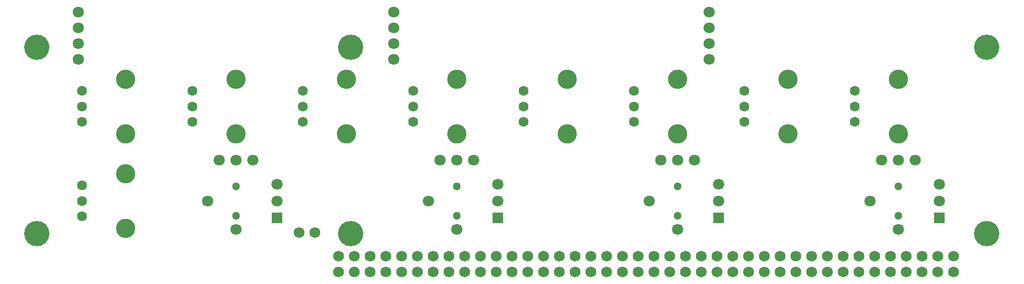
<source format=gbr>
G04 #@! TF.FileFunction,Soldermask,Bot*
%FSLAX46Y46*%
G04 Gerber Fmt 4.6, Leading zero omitted, Abs format (unit mm)*
G04 Created by KiCad (PCBNEW 4.0.4-stable) date 06/07/17 13:37:54*
%MOMM*%
%LPD*%
G01*
G04 APERTURE LIST*
%ADD10C,0.100000*%
%ADD11C,4.064000*%
%ADD12R,1.800000X1.800000*%
%ADD13C,1.800000*%
%ADD14C,1.300000*%
%ADD15C,3.100000*%
%ADD16C,1.600000*%
%ADD17C,1.727200*%
G04 APERTURE END LIST*
D10*
D11*
X54000000Y10000000D03*
D12*
X77720000Y12540000D03*
D13*
X77720000Y15240000D03*
X77720000Y17915000D03*
X73820000Y21840000D03*
X71120000Y21840000D03*
X68420000Y21840000D03*
X66520000Y15240000D03*
X71120000Y10640000D03*
D14*
X71120000Y17590000D03*
X71120000Y12890000D03*
D11*
X156500000Y40000000D03*
X156500000Y10000000D03*
X3500000Y40000000D03*
D15*
X124460000Y34874200D03*
X124460000Y26085800D03*
D16*
X117449600Y32980000D03*
X117449600Y30480000D03*
X117449600Y27980000D03*
D15*
X106680000Y34874200D03*
X106680000Y26085800D03*
D16*
X99669600Y32980000D03*
X99669600Y30480000D03*
X99669600Y27980000D03*
D15*
X71120000Y34874200D03*
X71120000Y26085800D03*
D16*
X64109600Y32980000D03*
X64109600Y30480000D03*
X64109600Y27980000D03*
D15*
X53340000Y34874200D03*
X53340000Y26085800D03*
D16*
X46329600Y32980000D03*
X46329600Y30480000D03*
X46329600Y27980000D03*
D15*
X35560000Y34874200D03*
X35560000Y26085800D03*
D16*
X28549600Y32980000D03*
X28549600Y30480000D03*
X28549600Y27980000D03*
D15*
X17780000Y34874200D03*
X17780000Y26085800D03*
D16*
X10769600Y32980000D03*
X10769600Y30480000D03*
X10769600Y27980000D03*
D15*
X142240000Y34874200D03*
X142240000Y26085800D03*
D16*
X135229600Y32980000D03*
X135229600Y30480000D03*
X135229600Y27980000D03*
D15*
X88900000Y34874200D03*
X88900000Y26085800D03*
D16*
X81889600Y32980000D03*
X81889600Y30480000D03*
X81889600Y27980000D03*
D11*
X54000000Y40000000D03*
X3500000Y10000000D03*
D12*
X42160000Y12540000D03*
D13*
X42160000Y15240000D03*
X42160000Y17915000D03*
X38260000Y21840000D03*
X35560000Y21840000D03*
X32860000Y21840000D03*
X30960000Y15240000D03*
X35560000Y10640000D03*
D14*
X35560000Y17590000D03*
X35560000Y12890000D03*
D17*
X52070000Y3810000D03*
X54610000Y3810000D03*
X57150000Y3810000D03*
X59690000Y3810000D03*
X62230000Y3810000D03*
X64770000Y3810000D03*
X67310000Y3810000D03*
X69850000Y3810000D03*
X72390000Y3810000D03*
X74930000Y3810000D03*
X77470000Y3810000D03*
X80010000Y3810000D03*
X82550000Y3810000D03*
X85090000Y3810000D03*
X87630000Y3810000D03*
X90170000Y3810000D03*
X92710000Y3810000D03*
X95250000Y3810000D03*
X97790000Y3810000D03*
X100330000Y3810000D03*
X102870000Y3810000D03*
X105410000Y3810000D03*
X107950000Y3810000D03*
X110490000Y3810000D03*
X113030000Y3810000D03*
X115570000Y3810000D03*
X118110000Y3810000D03*
X120650000Y3810000D03*
X123190000Y3810000D03*
X125730000Y3810000D03*
X128270000Y3810000D03*
X130810000Y3810000D03*
X133350000Y3810000D03*
X135890000Y3810000D03*
X138430000Y3810000D03*
X140970000Y3810000D03*
X143510000Y3810000D03*
X146050000Y3810000D03*
X148590000Y3810000D03*
X151130000Y3810000D03*
X59690000Y3810000D03*
X52070000Y3810000D03*
X54610000Y3810000D03*
X57150000Y3810000D03*
X62230000Y3810000D03*
X72390000Y3810000D03*
X64770000Y3810000D03*
X67310000Y3810000D03*
X69850000Y3810000D03*
X74930000Y3810000D03*
X85090000Y3810000D03*
X77470000Y3810000D03*
X80010000Y3810000D03*
X82550000Y3810000D03*
X87630000Y3810000D03*
X97790000Y3810000D03*
X90170000Y3810000D03*
X92710000Y3810000D03*
X95250000Y3810000D03*
X100330000Y3810000D03*
X110490000Y3810000D03*
X102870000Y3810000D03*
X105410000Y3810000D03*
X107950000Y3810000D03*
X113030000Y3810000D03*
X123190000Y3810000D03*
X115570000Y3810000D03*
X118110000Y3810000D03*
X120650000Y3810000D03*
X125730000Y3810000D03*
X135890000Y3810000D03*
X128270000Y3810000D03*
X130810000Y3810000D03*
X133350000Y3810000D03*
X138430000Y3810000D03*
X148590000Y3810000D03*
X140970000Y3810000D03*
X143510000Y3810000D03*
X146050000Y3810000D03*
X151130000Y3810000D03*
X59690000Y3810000D03*
X52070000Y3810000D03*
X54610000Y3810000D03*
X57150000Y3810000D03*
X62230000Y3810000D03*
X72390000Y3810000D03*
X64770000Y3810000D03*
X67310000Y3810000D03*
X69850000Y3810000D03*
X74930000Y3810000D03*
X85090000Y3810000D03*
X77470000Y3810000D03*
X80010000Y3810000D03*
X82550000Y3810000D03*
X87630000Y3810000D03*
X97790000Y3810000D03*
X90170000Y3810000D03*
X92710000Y3810000D03*
X95250000Y3810000D03*
X100330000Y3810000D03*
X110490000Y3810000D03*
X102870000Y3810000D03*
X105410000Y3810000D03*
X107950000Y3810000D03*
X113030000Y3810000D03*
X123190000Y3810000D03*
X115570000Y3810000D03*
X118110000Y3810000D03*
X120650000Y3810000D03*
X125730000Y3810000D03*
X135890000Y3810000D03*
X128270000Y3810000D03*
X130810000Y3810000D03*
X133350000Y3810000D03*
X138430000Y3810000D03*
X148590000Y3810000D03*
X140970000Y3810000D03*
X143510000Y3810000D03*
X146050000Y3810000D03*
X151130000Y3810000D03*
X133350000Y6350000D03*
X133350000Y6350000D03*
X135890000Y6350000D03*
X135890000Y6350000D03*
X133350000Y6350000D03*
X146050000Y6350000D03*
X146050000Y6350000D03*
X148590000Y6350000D03*
X148590000Y6350000D03*
X146050000Y6350000D03*
X128270000Y6350000D03*
X128270000Y6350000D03*
X130810000Y6350000D03*
X128270000Y6350000D03*
X130810000Y6350000D03*
X130810000Y6350000D03*
X140970000Y6350000D03*
X140970000Y6350000D03*
X143510000Y6350000D03*
X140970000Y6350000D03*
X143510000Y6350000D03*
X143510000Y6350000D03*
X135890000Y6350000D03*
X138430000Y6350000D03*
X138430000Y6350000D03*
X138430000Y6350000D03*
X148590000Y6350000D03*
X151130000Y6350000D03*
X151130000Y6350000D03*
X151130000Y6350000D03*
X82550000Y6350000D03*
X82550000Y6350000D03*
X85090000Y6350000D03*
X85090000Y6350000D03*
X82550000Y6350000D03*
X95250000Y6350000D03*
X95250000Y6350000D03*
X97790000Y6350000D03*
X97790000Y6350000D03*
X95250000Y6350000D03*
X77470000Y6350000D03*
X77470000Y6350000D03*
X80010000Y6350000D03*
X77470000Y6350000D03*
X80010000Y6350000D03*
X80010000Y6350000D03*
X90170000Y6350000D03*
X90170000Y6350000D03*
X92710000Y6350000D03*
X90170000Y6350000D03*
X92710000Y6350000D03*
X92710000Y6350000D03*
X85090000Y6350000D03*
X87630000Y6350000D03*
X87630000Y6350000D03*
X87630000Y6350000D03*
X97790000Y6350000D03*
X100330000Y6350000D03*
X100330000Y6350000D03*
X100330000Y6350000D03*
X57150000Y6350000D03*
X57150000Y6350000D03*
X59690000Y6350000D03*
X59690000Y6350000D03*
X57150000Y6350000D03*
X69850000Y6350000D03*
X69850000Y6350000D03*
X72390000Y6350000D03*
X72390000Y6350000D03*
X69850000Y6350000D03*
X52070000Y6350000D03*
X52070000Y6350000D03*
X54610000Y6350000D03*
X52070000Y6350000D03*
X54610000Y6350000D03*
X54610000Y6350000D03*
X64770000Y6350000D03*
X64770000Y6350000D03*
X67310000Y6350000D03*
X64770000Y6350000D03*
X67310000Y6350000D03*
X67310000Y6350000D03*
X59690000Y6350000D03*
X62230000Y6350000D03*
X62230000Y6350000D03*
X62230000Y6350000D03*
X72390000Y6350000D03*
X74930000Y6350000D03*
X74930000Y6350000D03*
X74930000Y6350000D03*
X107950000Y6350000D03*
X107950000Y6350000D03*
X110490000Y6350000D03*
X110490000Y6350000D03*
X107950000Y6350000D03*
X120650000Y6350000D03*
X120650000Y6350000D03*
X123190000Y6350000D03*
X123190000Y6350000D03*
X120650000Y6350000D03*
X102870000Y6350000D03*
X102870000Y6350000D03*
X105410000Y6350000D03*
X102870000Y6350000D03*
X105410000Y6350000D03*
X105410000Y6350000D03*
X115570000Y6350000D03*
X115570000Y6350000D03*
X118110000Y6350000D03*
X115570000Y6350000D03*
X118110000Y6350000D03*
X118110000Y6350000D03*
X110490000Y6350000D03*
X113030000Y6350000D03*
X113030000Y6350000D03*
X113030000Y6350000D03*
X123190000Y6350000D03*
X125730000Y6350000D03*
X125730000Y6350000D03*
X125730000Y6350000D03*
D13*
X10160000Y38100000D03*
X10160000Y40640000D03*
X10160000Y43180000D03*
X10160000Y45720000D03*
X60960000Y38100000D03*
X60960000Y40640000D03*
X60960000Y43180000D03*
X60960000Y45720000D03*
X111760000Y38100000D03*
X111760000Y40640000D03*
X111760000Y43180000D03*
X111760000Y45720000D03*
D12*
X113280000Y12540000D03*
D13*
X113280000Y15240000D03*
X113280000Y17915000D03*
X109380000Y21840000D03*
X106680000Y21840000D03*
X103980000Y21840000D03*
X102080000Y15240000D03*
X106680000Y10640000D03*
D14*
X106680000Y17590000D03*
X106680000Y12890000D03*
D12*
X148840000Y12540000D03*
D13*
X148840000Y15240000D03*
X148840000Y17915000D03*
X144940000Y21840000D03*
X142240000Y21840000D03*
X139540000Y21840000D03*
X137640000Y15240000D03*
X142240000Y10640000D03*
D14*
X142240000Y17590000D03*
X142240000Y12890000D03*
D15*
X17780000Y19634200D03*
X17780000Y10845800D03*
D16*
X10769600Y17740000D03*
X10769600Y15240000D03*
X10769600Y12740000D03*
D17*
X48260000Y10160000D03*
X45720000Y10160000D03*
M02*

</source>
